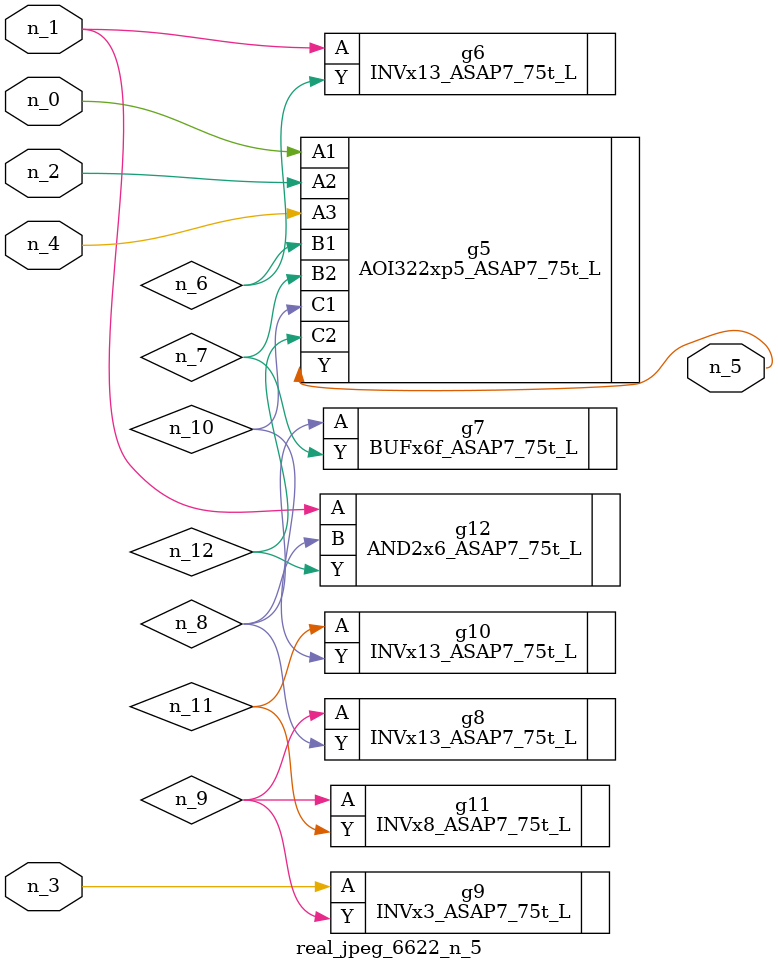
<source format=v>
module real_jpeg_6622_n_5 (n_4, n_0, n_1, n_2, n_3, n_5);

input n_4;
input n_0;
input n_1;
input n_2;
input n_3;

output n_5;

wire n_12;
wire n_8;
wire n_11;
wire n_6;
wire n_7;
wire n_10;
wire n_9;

AOI322xp5_ASAP7_75t_L g5 ( 
.A1(n_0),
.A2(n_2),
.A3(n_4),
.B1(n_6),
.B2(n_7),
.C1(n_10),
.C2(n_12),
.Y(n_5)
);

INVx13_ASAP7_75t_L g6 ( 
.A(n_1),
.Y(n_6)
);

AND2x6_ASAP7_75t_L g12 ( 
.A(n_1),
.B(n_8),
.Y(n_12)
);

INVx3_ASAP7_75t_L g9 ( 
.A(n_3),
.Y(n_9)
);

BUFx6f_ASAP7_75t_L g7 ( 
.A(n_8),
.Y(n_7)
);

INVx13_ASAP7_75t_L g8 ( 
.A(n_9),
.Y(n_8)
);

INVx8_ASAP7_75t_L g11 ( 
.A(n_9),
.Y(n_11)
);

INVx13_ASAP7_75t_L g10 ( 
.A(n_11),
.Y(n_10)
);


endmodule
</source>
